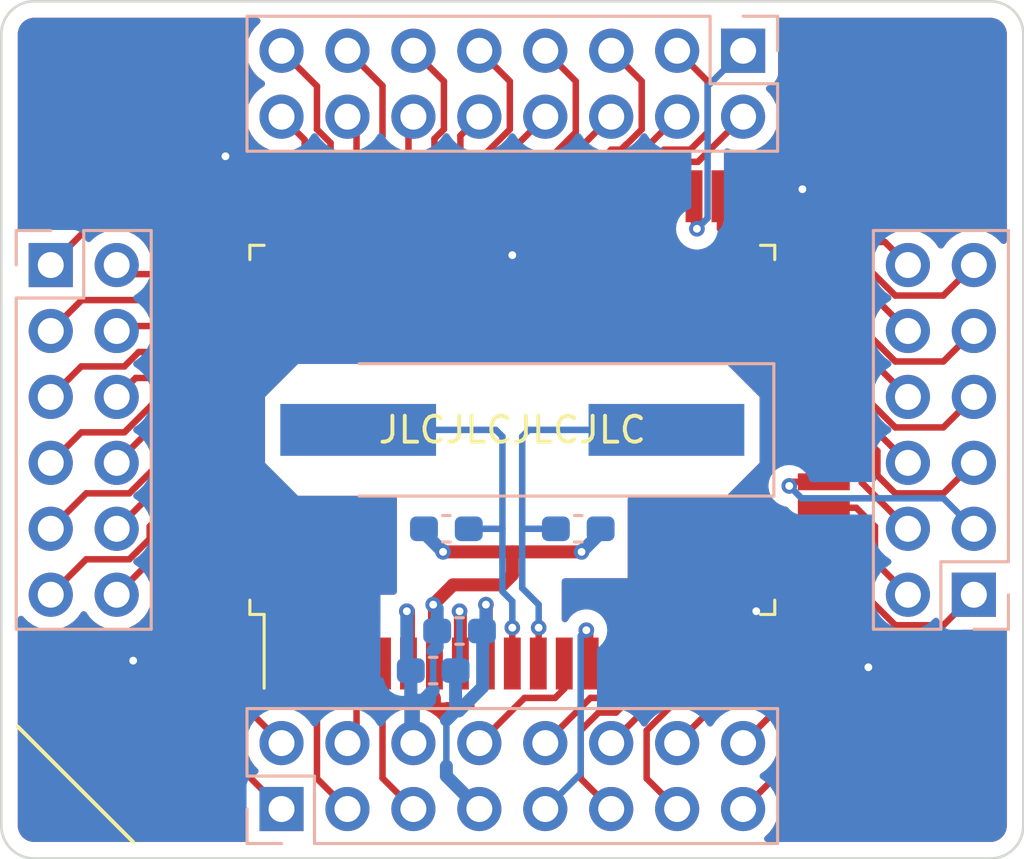
<source format=kicad_pcb>
(kicad_pcb (version 20221018) (generator pcbnew)
  (layers (0 "F.Cu" signal) (31 "B.Cu" signal) (34 "B.Paste" user) (35 "F.Paste" user) (36 "B.SilkS" user "B.Silkscreen") (37 "F.SilkS" user "F.Silkscreen") (38 "B.Mask" user) (39 "F.Mask" user) (44 "Edge.Cuts" user))
  (net 0 "")
  (net 1 "/VDD")
  (net 2 "/GND")
  (net 3 "/XO")
  (net 4 "/XI")
  (net 5 "/SERIAL_TEST2")
  (net 6 "/CPU")
  (net 7 "/TEST1_XTCR")
  (net 8 "/ST_RND")
  (net 9 "/CMD_TEST1")
  (net 10 "/TEST2_STBY")
  (net 11 "/RCS")
  (net 12 "/CH_TEST3")
  (net 13 "/I6")
  (net 14 "/I5")
  (net 15 "/RA22")
  (net 16 "/I3")
  (net 17 "/BUSY")
  (net 18 "/NAR")
  (net 19 "/AOUT")
  (net 20 "/MCK")
  (net 21 "/I2")
  (net 25 "/IBUSY")
  (net 26 "/STANDBY")
  (net 27 "/I0")
  (net 28 "/I1")
  (net 29 "/I4")
  (net 31 "/RESET")
  (net 32 "/CE")
  (net 33 "/D0")
  (net 34 "/D1")
  (net 35 "/D2")
  (net 36 "/D3")
  (net 37 "/D4")
  (net 38 "/D5")
  (net 39 "/D6")
  (net 40 "/D7")
  (net 41 "/RA0")
  (net 42 "/RA1")
  (net 43 "/RA2")
  (net 44 "/RA3")
  (net 45 "/RA4")
  (net 46 "/RA5")
  (net 47 "/RA6")
  (net 48 "/RA7")
  (net 49 "/RA8")
  (net 50 "/RA9")
  (net 51 "/RA10")
  (net 52 "/RA11")
  (net 53 "/RA12")
  (net 54 "/RA13")
  (net 55 "/RA14")
  (net 56 "/RA15")
  (net 57 "/RA16")
  (net 58 "/RA17")
  (net 59 "/RA18")
  (net 60 "/RA19")
  (net 61 "/RA20")
  (net 62 "/RA21")
  (footprint "M6650_parts:QFP64-P-1420-1.00-BK" (layer "F.Cu") (at 33.02 29.845 90)
    (fp_text reference "U1" hide)
    (fp_text value "MSM6650GS-BK")
    (fp_line (start -7.11 -10.11) (end -7.11 -9.56) (stroke (width 0.12)) (layer "F.SilkS"))
    (fp_line (start -7.11 -9.56) (end -9.95 -9.56) (stroke (width 0.12)) (layer "F.SilkS"))
    (fp_line (start -7.11 10.11) (end -7.11 9.56) (stroke (width 0.12)) (layer "F.SilkS"))
    (fp_line (start -6.56 -10.11) (end -7.11 -10.11) (stroke (width 0.12)) (layer "F.SilkS"))
    (fp_line (start -6.56 10.11) (end -7.11 10.11) (stroke (width 0.12)) (layer "F.SilkS"))
    (fp_line (start 6.56 -10.11) (end 7.11 -10.11) (stroke (width 0.12)) (layer "F.SilkS"))
    (fp_line (start 6.56 10.11) (end 7.11 10.11) (stroke (width 0.12)) (layer "F.SilkS"))
    (fp_line (start 7.11 -10.11) (end 7.11 -9.56) (stroke (width 0.12)) (layer "F.SilkS"))
    (fp_line (start 7.11 10.11) (end 7.11 9.56) (stroke (width 0.12)) (layer "F.SilkS"))
    (pad "1" smd rect (at -9 -9 90) (size 2 0.65) (layers "F.Cu" "F.Paste" "F.Mask"))
    (pad "2" smd rect (at -9 -8 90) (size 2 0.65) (layers "F.Cu" "F.Paste" "F.Mask"))
    (pad "3" smd rect (at -9 -7 90) (size 2 0.65) (layers "F.Cu" "F.Paste" "F.Mask") (net 17 "/BUSY"))
    (pad "4" smd rect (at -9 -6 90) (size 2 0.65) (layers "F.Cu" "F.Paste" "F.Mask") (net 18 "/NAR"))
    (pad "5" smd rect (at -9 -5 90) (size 2 0.65) (layers "F.Cu" "F.Paste" "F.Mask") (net 19 "/AOUT"))
    (pad "6" smd rect (at -9 -4 90) (size 2 0.65) (layers "F.Cu" "F.Paste" "F.Mask") (net 2 "/GND"))
    (pad "7" smd rect (at -9 -3 90) (size 2 0.65) (layers "F.Cu" "F.Paste" "F.Mask") (net 2 "/GND"))
    (pad "8" smd rect (at -9 -2 90) (size 2 0.65) (layers "F.Cu" "F.Paste" "F.Mask") (net 1 "/VDD"))
    (pad "9" smd rect (at -9 -1 90) (size 2 0.65) (layers "F.Cu" "F.Paste" "F.Mask") (net 1 "/VDD"))
    (pad "10" smd rect (at -9 0 90) (size 2 0.65) (layers "F.Cu" "F.Paste" "F.Mask") (net 4 "/XI"))
    (pad "11" smd rect (at -9 1 90) (size 2 0.65) (layers "F.Cu" "F.Paste" "F.Mask") (net 3 "/XO"))
    (pad "12" smd rect (at -9 2 90) (size 2 0.65) (layers "F.Cu" "F.Paste" "F.Mask") (net 20 "/MCK"))
    (pad "13" smd rect (at -9 3 90) (size 2 0.65) (layers "F.Cu" "F.Paste" "F.Mask") (net 9 "/CMD_TEST1"))
    (pad "14" smd rect (at -9 4 90) (size 2 0.65) (layers "F.Cu" "F.Paste" "F.Mask") (net 8 "/ST_RND"))
    (pad "15" smd rect (at -9 5 90) (size 2 0.65) (layers "F.Cu" "F.Paste" "F.Mask") (net 7 "/TEST1_XTCR"))
    (pad "16" smd rect (at -9 6 90) (size 2 0.65) (layers "F.Cu" "F.Paste" "F.Mask") (net 6 "/CPU"))
    (pad "17" smd rect (at -9 7 90) (size 2 0.65) (layers "F.Cu" "F.Paste" "F.Mask") (net 5 "/SERIAL_TEST2"))
    (pad "18" smd rect (at -9 8 90) (size 2 0.65) (layers "F.Cu" "F.Paste" "F.Mask") (net 25 "/IBUSY"))
    (pad "19" smd rect (at -9 9 90) (size 2 0.65) (layers "F.Cu" "F.Paste" "F.Mask"))
    (pad "20" smd rect (at -6 12 180) (size 2 0.65) (layers "F.Cu" "F.Paste" "F.Mask") (net 26 "/STANDBY"))
    (pad "21" smd rect (at -5 12 180) (size 2 0.65) (layers "F.Cu" "F.Paste" "F.Mask") (net 27 "/I0"))
    (pad "22" smd rect (at -4 12 180) (size 2 0.65) (layers "F.Cu" "F.Paste" "F.Mask") (net 28 "/I1"))
    (pad "23" smd rect (at -3 12 180) (size 2 0.65) (layers "F.Cu" "F.Paste" "F.Mask") (net 21 "/I2"))
    (pad "24" smd rect (at -2 12 180) (size 2 0.65) (layers "F.Cu" "F.Paste" "F.Mask") (net 16 "/I3"))
    (pad "25" smd rect (at -1 12 180) (size 2 0.65) (layers "F.Cu" "F.Paste" "F.Mask") (net 29 "/I4"))
    (pad "26" smd rect (at 0 12 180) (size 2 0.65) (layers "F.Cu" "F.Paste" "F.Mask") (net 14 "/I5"))
    (pad "27" smd rect (at 1 12 180) (size 2 0.65) (layers "F.Cu" "F.Paste" "F.Mask") (net 13 "/I6"))
    (pad "28" smd rect (at 2 12 180) (size 2 0.65) (layers "F.Cu" "F.Paste" "F.Mask") (net 12 "/CH_TEST3"))
    (pad "29" smd rect (at 3 12 180) (size 2 0.65) (layers "F.Cu" "F.Paste" "F.Mask") (net 31 "/RESET"))
    (pad "30" smd rect (at 4 12 180) (size 2 0.65) (layers "F.Cu" "F.Paste" "F.Mask") (net 32 "/CE"))
    (pad "31" smd rect (at 5 12 180) (size 2 0.65) (layers "F.Cu" "F.Paste" "F.Mask") (net 11 "/RCS"))
    (pad "32" smd rect (at 6 12 180) (size 2 0.65) (layers "F.Cu" "F.Paste" "F.Mask") (net 33 "/D0"))
    (pad "33" smd rect (at 9 9 90) (size 2 0.65) (layers "F.Cu" "F.Paste" "F.Mask"))
    (pad "34" smd rect (at 9 8 90) (size 2 0.65) (layers "F.Cu" "F.Paste" "F.Mask") (net 34 "/D1"))
    (pad "35" smd rect (at 9 7 90) (size 2 0.65) (layers "F.Cu" "F.Paste" "F.Mask") (net 35 "/D2"))
    (pad "36" smd rect (at 9 6 90) (size 2 0.65) (layers "F.Cu" "F.Paste" "F.Mask") (net 36 "/D3"))
    (pad "37" smd rect (at 9 5 90) (size 2 0.65) (layers "F.Cu" "F.Paste" "F.Mask") (net 37 "/D4"))
    (pad "38" smd rect (at 9 4 90) (size 2 0.65) (layers "F.Cu" "F.Paste" "F.Mask") (net 38 "/D5"))
    (pad "39" smd rect (at 9 3 90) (size 2 0.65) (layers "F.Cu" "F.Paste" "F.Mask") (net 39 "/D6"))
    (pad "40" smd rect (at 9 2 90) (size 2 0.65) (layers "F.Cu" "F.Paste" "F.Mask") (net 40 "/D7"))
    (pad "41" smd rect (at 9 1 90) (size 2 0.65) (layers "F.Cu" "F.Paste" "F.Mask") (net 41 "/RA0"))
    (pad "42" smd rect (at 9 0 90) (size 2 0.65) (layers "F.Cu" "F.Paste" "F.Mask") (net 42 "/RA1"))
    (pad "43" smd rect (at 9 -1 90) (size 2 0.65) (layers "F.Cu" "F.Paste" "F.Mask") (net 43 "/RA2"))
    (pad "44" smd rect (at 9 -2 90) (size 2 0.65) (layers "F.Cu" "F.Paste" "F.Mask") (net 44 "/RA3"))
    (pad "45" smd rect (at 9 -3 90) (size 2 0.65) (layers "F.Cu" "F.Paste" "F.Mask") (net 45 "/RA4"))
    (pad "46" smd rect (at 9 -4 90) (size 2 0.65) (layers "F.Cu" "F.Paste" "F.Mask") (net 46 "/RA5"))
    (pad "47" smd rect (at 9 -5 90) (size 2 0.65) (layers "F.Cu" "F.Paste" "F.Mask") (net 47 "/RA6"))
    (pad "48" smd rect (at 9 -6 90) (size 2 0.65) (layers "F.Cu" "F.Paste" "F.Mask") (net 48 "/RA7"))
    (pad "49" smd rect (at 9 -7 90) (size 2 0.65) (layers "F.Cu" "F.Paste" "F.Mask") (net 49 "/RA8"))
    (pad "50" smd rect (at 9 -8 90) (size 2 0.65) (layers "F.Cu" "F.Paste" "F.Mask") (net 50 "/RA9"))
    (pad "51" smd rect (at 9 -9 90) (size 2 0.65) (layers "F.Cu" "F.Paste" "F.Mask") (net 51 "/RA10"))
    (pad "52" smd rect (at 6 -12 180) (size 2 0.65) (layers "F.Cu" "F.Paste" "F.Mask") (net 52 "/RA11"))
    (pad "53" smd rect (at 5 -12 180) (size 2 0.65) (layers "F.Cu" "F.Paste" "F.Mask") (net 53 "/RA12"))
    (pad "54" smd rect (at 4 -12 180) (size 2 0.65) (layers "F.Cu" "F.Paste" "F.Mask") (net 54 "/RA13"))
    (pad "55" smd rect (at 3 -12 180) (size 2 0.65) (layers "F.Cu" "F.Paste" "F.Mask") (net 55 "/RA14"))
    (pad "56" smd rect (at 2 -12 180) (size 2 0.65) (layers "F.Cu" "F.Paste" "F.Mask") (net 56 "/RA15"))
    (pad "57" smd rect (at 1 -12 180) (size 2 0.65) (layers "F.Cu" "F.Paste" "F.Mask") (net 57 "/RA16"))
    (pad "58" smd rect (at 0 -12 180) (size 2 0.65) (layers "F.Cu" "F.Paste" "F.Mask") (net 58 "/RA17"))
    (pad "59" smd rect (at -1 -12 180) (size 2 0.65) (layers "F.Cu" "F.Paste" "F.Mask") (net 59 "/RA18"))
    (pad "60" smd rect (at -2 -12 180) (size 2 0.65) (layers "F.Cu" "F.Paste" "F.Mask") (net 60 "/RA19"))
    (pad "61" smd rect (at -3 -12 180) (size 2 0.65) (layers "F.Cu" "F.Paste" "F.Mask") (net 61 "/RA20"))
    (pad "62" smd rect (at -4 -12 180) (size 2 0.65) (layers "F.Cu" "F.Paste" "F.Mask") (net 62 "/RA21"))
    (pad "63" smd rect (at -5 -12 180) (size 2 0.65) (layers "F.Cu" "F.Paste" "F.Mask") (net 15 "/RA22"))
    (pad "64" smd rect (at -6 -12 180) (size 2 0.65) (layers "F.Cu" "F.Paste" "F.Mask") (net 10 "/TEST2_STBY"))
  )
  (footprint "Connector_PinSocket_2.54mm:PinSocket_2x08_P2.54mm_Vertical" (layer "B.Cu") (at 24.13 44.45 -90)
    (fp_text reference "J1" hide)
    (fp_text value "BB")
    (fp_line (start -3.87 -19.11) (end 1.33 -19.11) (stroke (width 0.12)) (layer "B.SilkS"))
    (fp_line (start -3.87 1.33) (end -3.87 -19.11) (stroke (width 0.12)) (layer "B.SilkS"))
    (fp_line (start -3.87 1.33) (end -1.27 1.33) (stroke (width 0.12)) (layer "B.SilkS"))
    (fp_line (start -1.27 -1.27) (end 1.33 -1.27) (stroke (width 0.12)) (layer "B.SilkS"))
    (fp_line (start -1.27 1.33) (end -1.27 -1.27) (stroke (width 0.12)) (layer "B.SilkS"))
    (fp_line (start 0 1.33) (end 1.33 1.33) (stroke (width 0.12)) (layer "B.SilkS"))
    (fp_line (start 1.33 -1.27) (end 1.33 -19.11) (stroke (width 0.12)) (layer "B.SilkS"))
    (fp_line (start 1.33 1.33) (end 1.33 0) (stroke (width 0.12)) (layer "B.SilkS"))
    (pad "1" thru_hole rect (at 0 0 270) (size 1.7 1.7) (drill 1) (layers "*.Cu" "*.Mask") (net 15 "/RA22"))
    (pad "2" thru_hole oval (at -2.54 0 270) (size 1.7 1.7) (drill 1) (layers "*.Cu" "*.Mask") (net 10 "/TEST2_STBY"))
    (pad "3" thru_hole oval (at 0 -2.54 270) (size 1.7 1.7) (drill 1) (layers "*.Cu" "*.Mask") (net 17 "/BUSY"))
    (pad "4" thru_hole oval (at -2.54 -2.54 270) (size 1.7 1.7) (drill 1) (layers "*.Cu" "*.Mask") (net 18 "/NAR"))
    (pad "5" thru_hole oval (at 0 -5.08 270) (size 1.7 1.7) (drill 1) (layers "*.Cu" "*.Mask") (net 19 "/AOUT"))
    (pad "6" thru_hole oval (at -2.54 -5.08 270) (size 1.7 1.7) (drill 1) (layers "*.Cu" "*.Mask") (net 2 "/GND"))
    (pad "7" thru_hole oval (at 0 -7.62 270) (size 1.7 1.7) (drill 1) (layers "*.Cu" "*.Mask") (net 1 "/VDD"))
    (pad "8" thru_hole oval (at -2.54 -7.62 270) (size 1.7 1.7) (drill 1) (layers "*.Cu" "*.Mask") (net 20 "/MCK"))
    (pad "9" thru_hole oval (at 0 -10.16 270) (size 1.7 1.7) (drill 1) (layers "*.Cu" "*.Mask") (net 9 "/CMD_TEST1"))
    (pad "10" thru_hole oval (at -2.54 -10.16 270) (size 1.7 1.7) (drill 1) (layers "*.Cu" "*.Mask") (net 8 "/ST_RND"))
    (pad "11" thru_hole oval (at 0 -12.7 270) (size 1.7 1.7) (drill 1) (layers "*.Cu" "*.Mask") (net 7 "/TEST1_XTCR"))
    (pad "12" thru_hole oval (at -2.54 -12.7 270) (size 1.7 1.7) (drill 1) (layers "*.Cu" "*.Mask") (net 6 "/CPU"))
    (pad "13" thru_hole oval (at 0 -15.24 270) (size 1.7 1.7) (drill 1) (layers "*.Cu" "*.Mask") (net 5 "/SERIAL_TEST2"))
    (pad "14" thru_hole oval (at -2.54 -15.24 270) (size 1.7 1.7) (drill 1) (layers "*.Cu" "*.Mask") (net 25 "/IBUSY"))
    (pad "15" thru_hole oval (at 0 -17.78 270) (size 1.7 1.7) (drill 1) (layers "*.Cu" "*.Mask") (net 26 "/STANDBY"))
    (pad "16" thru_hole oval (at -2.54 -17.78 270) (size 1.7 1.7) (drill 1) (layers "*.Cu" "*.Mask") (net 27 "/I0"))
  )
  (footprint "Capacitor_SMD:C_0603_1608Metric_Pad1.08x0.95mm_HandSolder" (layer "B.Cu") (at 35.56 33.655)
    (fp_text reference "C3" hide)
    (fp_text value "22p")
    (fp_line (start -0.146267 -0.51) (end 0.146267 -0.51) (stroke (width 0.12)) (layer "B.SilkS"))
    (fp_line (start -0.146267 0.51) (end 0.146267 0.51) (stroke (width 0.12)) (layer "B.SilkS"))
    (pad "1" smd roundrect (at -0.8625 0) (size 1.075 0.95) (layers "B.Cu" "B.Paste" "B.Mask") (net 3 "/XO"))
    (pad "2" smd roundrect (at 0.8625 0) (size 1.075 0.95) (layers "B.Cu" "B.Paste" "B.Mask") (net 2 "/GND"))
  )
  (footprint "Connector_PinSocket_2.54mm:PinSocket_2x06_P2.54mm_Vertical" (layer "B.Cu") (at 50.8 36.195)
    (fp_text reference "J2" hide)
    (fp_text value "BR")
    (fp_line (start -3.87 -14.03) (end 1.33 -14.03) (stroke (width 0.12)) (layer "B.SilkS"))
    (fp_line (start -3.87 1.33) (end -3.87 -14.03) (stroke (width 0.12)) (layer "B.SilkS"))
    (fp_line (start -3.87 1.33) (end -1.27 1.33) (stroke (width 0.12)) (layer "B.SilkS"))
    (fp_line (start -1.27 -1.27) (end 1.33 -1.27) (stroke (width 0.12)) (layer "B.SilkS"))
    (fp_line (start -1.27 1.33) (end -1.27 -1.27) (stroke (width 0.12)) (layer "B.SilkS"))
    (fp_line (start 0 1.33) (end 1.33 1.33) (stroke (width 0.12)) (layer "B.SilkS"))
    (fp_line (start 1.33 -1.27) (end 1.33 -14.03) (stroke (width 0.12)) (layer "B.SilkS"))
    (fp_line (start 1.33 1.33) (end 1.33 0) (stroke (width 0.12)) (layer "B.SilkS"))
    (pad "1" thru_hole rect (at 0 0) (size 1.7 1.7) (drill 1) (layers "*.Cu" "*.Mask") (net 28 "/I1"))
    (pad "2" thru_hole oval (at -2.54 0) (size 1.7 1.7) (drill 1) (layers "*.Cu" "*.Mask") (net 21 "/I2"))
    (pad "3" thru_hole oval (at 0 -2.54) (size 1.7 1.7) (drill 1) (layers "*.Cu" "*.Mask") (net 16 "/I3"))
    (pad "4" thru_hole oval (at -2.54 -2.54) (size 1.7 1.7) (drill 1) (layers "*.Cu" "*.Mask") (net 29 "/I4"))
    (pad "5" thru_hole oval (at 0 -5.08) (size 1.7 1.7) (drill 1) (layers "*.Cu" "*.Mask") (net 14 "/I5"))
    (pad "6" thru_hole oval (at -2.54 -5.08) (size 1.7 1.7) (drill 1) (layers "*.Cu" "*.Mask") (net 13 "/I6"))
    (pad "7" thru_hole oval (at 0 -7.62) (size 1.7 1.7) (drill 1) (layers "*.Cu" "*.Mask") (net 12 "/CH_TEST3"))
    (pad "8" thru_hole oval (at -2.54 -7.62) (size 1.7 1.7) (drill 1) (layers "*.Cu" "*.Mask") (net 31 "/RESET"))
    (pad "9" thru_hole oval (at 0 -10.16) (size 1.7 1.7) (drill 1) (layers "*.Cu" "*.Mask") (net 32 "/CE"))
    (pad "10" thru_hole oval (at -2.54 -10.16) (size 1.7 1.7) (drill 1) (layers "*.Cu" "*.Mask") (net 11 "/RCS"))
    (pad "11" thru_hole oval (at 0 -12.7) (size 1.7 1.7) (drill 1) (layers "*.Cu" "*.Mask") (net 33 "/D0"))
    (pad "12" thru_hole oval (at -2.54 -12.7) (size 1.7 1.7) (drill 1) (layers "*.Cu" "*.Mask") (net 34 "/D1"))
  )
  (footprint "Capacitor_SMD:C_0603_1608Metric_Pad1.08x0.95mm_HandSolder" (layer "B.Cu") (at 29.972 39.116 180)
    (fp_text reference "C1" hide)
    (fp_text value "100n")
    (fp_line (start -0.146267 -0.51) (end 0.146267 -0.51) (stroke (width 0.12)) (layer "B.SilkS"))
    (fp_line (start -0.146267 0.51) (end 0.146267 0.51) (stroke (width 0.12)) (layer "B.SilkS"))
    (pad "1" smd roundrect (at -0.8625 0 180) (size 1.075 0.95) (layers "B.Cu" "B.Paste" "B.Mask") (net 1 "/VDD"))
    (pad "2" smd roundrect (at 0.8625 0 180) (size 1.075 0.95) (layers "B.Cu" "B.Paste" "B.Mask") (net 2 "/GND"))
  )
  (footprint "Crystal:Crystal_SMD_HC49-SD_HandSoldering" (layer "B.Cu") (at 33.02 29.845 180)
    (fp_text reference "Y1" hide)
    (fp_text value "4.096M")
    (fp_line (start -10.075 -2.55) (end 5.9 -2.55) (stroke (width 0.12)) (layer "B.SilkS"))
    (fp_line (start -10.075 2.55) (end -10.075 -2.55) (stroke (width 0.12)) (layer "B.SilkS"))
    (fp_line (start 5.9 2.55) (end -10.075 2.55) (stroke (width 0.12)) (layer "B.SilkS"))
    (pad "1" smd rect (at -5.9375 0 180) (size 6 2) (layers "B.Cu" "B.Paste" "B.Mask") (net 3 "/XO"))
    (pad "2" smd rect (at 5.9375 0 180) (size 6 2) (layers "B.Cu" "B.Paste" "B.Mask") (net 4 "/XI"))
  )
  (footprint "Capacitor_SMD:C_0603_1608Metric_Pad1.08x0.95mm_HandSolder" (layer "B.Cu") (at 30.48 33.655 180)
    (fp_text reference "C4" hide)
    (fp_text value "22p")
    (fp_line (start -0.146267 -0.51) (end 0.146267 -0.51) (stroke (width 0.12)) (layer "B.SilkS"))
    (fp_line (start -0.146267 0.51) (end 0.146267 0.51) (stroke (width 0.12)) (layer "B.SilkS"))
    (pad "1" smd roundrect (at -0.8625 0 180) (size 1.075 0.95) (layers "B.Cu" "B.Paste" "B.Mask") (net 4 "/XI"))
    (pad "2" smd roundrect (at 0.8625 0 180) (size 1.075 0.95) (layers "B.Cu" "B.Paste" "B.Mask") (net 2 "/GND"))
  )
  (footprint "Capacitor_SMD:C_0603_1608Metric_Pad1.08x0.95mm_HandSolder" (layer "B.Cu") (at 30.988 37.592 180)
    (fp_text reference "C2" hide)
    (fp_text value "100n")
    (fp_line (start -0.146267 -0.51) (end 0.146267 -0.51) (stroke (width 0.12)) (layer "B.SilkS"))
    (fp_line (start -0.146267 0.51) (end 0.146267 0.51) (stroke (width 0.12)) (layer "B.SilkS"))
    (pad "1" smd roundrect (at -0.8625 0 180) (size 1.075 0.95) (layers "B.Cu" "B.Paste" "B.Mask") (net 1 "/VDD"))
    (pad "2" smd roundrect (at 0.8625 0 180) (size 1.075 0.95) (layers "B.Cu" "B.Paste" "B.Mask") (net 2 "/GND"))
  )
  (footprint "Connector_PinSocket_2.54mm:PinSocket_2x06_P2.54mm_Vertical" (layer "B.Cu") (at 15.24 23.495 180)
    (fp_text reference "J4" hide)
    (fp_text value "BL")
    (fp_line (start -3.87 -14.03) (end 1.33 -14.03) (stroke (width 0.12)) (layer "B.SilkS"))
    (fp_line (start -3.87 1.33) (end -3.87 -14.03) (stroke (width 0.12)) (layer "B.SilkS"))
    (fp_line (start -3.87 1.33) (end -1.27 1.33) (stroke (width 0.12)) (layer "B.SilkS"))
    (fp_line (start -1.27 -1.27) (end 1.33 -1.27) (stroke (width 0.12)) (layer "B.SilkS"))
    (fp_line (start -1.27 1.33) (end -1.27 -1.27) (stroke (width 0.12)) (layer "B.SilkS"))
    (fp_line (start 0 1.33) (end 1.33 1.33) (stroke (width 0.12)) (layer "B.SilkS"))
    (fp_line (start 1.33 -1.27) (end 1.33 -14.03) (stroke (width 0.12)) (layer "B.SilkS"))
    (fp_line (start 1.33 1.33) (end 1.33 0) (stroke (width 0.12)) (layer "B.SilkS"))
    (pad "1" thru_hole rect (at 0 0 180) (size 1.7 1.7) (drill 1) (layers "*.Cu" "*.Mask") (net 51 "/RA10"))
    (pad "2" thru_hole oval (at -2.54 0 180) (size 1.7 1.7) (drill 1) (layers "*.Cu" "*.Mask") (net 52 "/RA11"))
    (pad "3" thru_hole oval (at 0 -2.54 180) (size 1.7 1.7) (drill 1) (layers "*.Cu" "*.Mask") (net 53 "/RA12"))
    (pad "4" thru_hole oval (at -2.54 -2.54 180) (size 1.7 1.7) (drill 1) (layers "*.Cu" "*.Mask") (net 54 "/RA13"))
    (pad "5" thru_hole oval (at 0 -5.08 180) (size 1.7 1.7) (drill 1) (layers "*.Cu" "*.Mask") (net 55 "/RA14"))
    (pad "6" thru_hole oval (at -2.54 -5.08 180) (size 1.7 1.7) (drill 1) (layers "*.Cu" "*.Mask") (net 56 "/RA15"))
    (pad "7" thru_hole oval (at 0 -7.62 180) (size 1.7 1.7) (drill 1) (layers "*.Cu" "*.Mask") (net 57 "/RA16"))
    (pad "8" thru_hole oval (at -2.54 -7.62 180) (size 1.7 1.7) (drill 1) (layers "*.Cu" "*.Mask") (net 58 "/RA17"))
    (pad "9" thru_hole oval (at 0 -10.16 180) (size 1.7 1.7) (drill 1) (layers "*.Cu" "*.Mask") (net 59 "/RA18"))
    (pad "10" thru_hole oval (at -2.54 -10.16 180) (size 1.7 1.7) (drill 1) (layers "*.Cu" "*.Mask") (net 60 "/RA19"))
    (pad "11" thru_hole oval (at 0 -12.7 180) (size 1.7 1.7) (drill 1) (layers "*.Cu" "*.Mask") (net 61 "/RA20"))
    (pad "12" thru_hole oval (at -2.54 -12.7 180) (size 1.7 1.7) (drill 1) (layers "*.Cu" "*.Mask") (net 62 "/RA21"))
  )
  (footprint "Connector_PinSocket_2.54mm:PinSocket_2x08_P2.54mm_Vertical" (layer "B.Cu") (at 41.91 15.24 90)
    (fp_text reference "J3" hide)
    (fp_text value "BT")
    (fp_line (start -3.87 -19.11) (end 1.33 -19.11) (stroke (width 0.12)) (layer "B.SilkS"))
    (fp_line (start -3.87 1.33) (end -3.87 -19.11) (stroke (width 0.12)) (layer "B.SilkS"))
    (fp_line (start -3.87 1.33) (end -1.27 1.33) (stroke (width 0.12)) (layer "B.SilkS"))
    (fp_line (start -1.27 -1.27) (end 1.33 -1.27) (stroke (width 0.12)) (layer "B.SilkS"))
    (fp_line (start -1.27 1.33) (end -1.27 -1.27) (stroke (width 0.12)) (layer "B.SilkS"))
    (fp_line (start 0 1.33) (end 1.33 1.33) (stroke (width 0.12)) (layer "B.SilkS"))
    (fp_line (start 1.33 -1.27) (end 1.33 -19.11) (stroke (width 0.12)) (layer "B.SilkS"))
    (fp_line (start 1.33 1.33) (end 1.33 0) (stroke (width 0.12)) (layer "B.SilkS"))
    (pad "1" thru_hole rect (at 0 0 90) (size 1.7 1.7) (drill 1) (layers "*.Cu" "*.Mask") (net 35 "/D2"))
    (pad "2" thru_hole oval (at -2.54 0 90) (size 1.7 1.7) (drill 1) (layers "*.Cu" "*.Mask") (net 36 "/D3"))
    (pad "3" thru_hole oval (at 0 -2.54 90) (size 1.7 1.7) (drill 1) (layers "*.Cu" "*.Mask") (net 37 "/D4"))
    (pad "4" thru_hole oval (at -2.54 -2.54 90) (size 1.7 1.7) (drill 1) (layers "*.Cu" "*.Mask") (net 38 "/D5"))
    (pad "5" thru_hole oval (at 0 -5.08 90) (size 1.7 1.7) (drill 1) (layers "*.Cu" "*.Mask") (net 39 "/D6"))
    (pad "6" thru_hole oval (at -2.54 -5.08 90) (size 1.7 1.7) (drill 1) (layers "*.Cu" "*.Mask") (net 40 "/D7"))
    (pad "7" thru_hole oval (at 0 -7.62 90) (size 1.7 1.7) (drill 1) (layers "*.Cu" "*.Mask") (net 41 "/RA0"))
    (pad "8" thru_hole oval (at -2.54 -7.62 90) (size 1.7 1.7) (drill 1) (layers "*.Cu" "*.Mask") (net 42 "/RA1"))
    (pad "9" thru_hole oval (at 0 -10.16 90) (size 1.7 1.7) (drill 1) (layers "*.Cu" "*.Mask") (net 43 "/RA2"))
    (pad "10" thru_hole oval (at -2.54 -10.16 90) (size 1.7 1.7) (drill 1) (layers "*.Cu" "*.Mask") (net 44 "/RA3"))
    (pad "11" thru_hole oval (at 0 -12.7 90) (size 1.7 1.7) (drill 1) (layers "*.Cu" "*.Mask") (net 45 "/RA4"))
    (pad "12" thru_hole oval (at -2.54 -12.7 90) (size 1.7 1.7) (drill 1) (layers "*.Cu" "*.Mask") (net 46 "/RA5"))
    (pad "13" thru_hole oval (at 0 -15.24 90) (size 1.7 1.7) (drill 1) (layers "*.Cu" "*.Mask") (net 47 "/RA6"))
    (pad "14" thru_hole oval (at -2.54 -15.24 90) (size 1.7 1.7) (drill 1) (layers "*.Cu" "*.Mask") (net 48 "/RA7"))
    (pad "15" thru_hole oval (at 0 -17.78 90) (size 1.7 1.7) (drill 1) (layers "*.Cu" "*.Mask") (net 49 "/RA8"))
    (pad "16" thru_hole oval (at -2.54 -17.78 90) (size 1.7 1.7) (drill 1) (layers "*.Cu" "*.Mask") (net 50 "/RA9"))
  )
  (gr_line (start 13.97 41.275) (end 18.415 45.72) (stroke (width 0.15)) (layer "F.SilkS"))
  (gr_arc (start 52.705 45.085) (mid 52.333025 45.983026) (end 51.434998 46.355001) (stroke (width 0.1)) (layer "Edge.Cuts"))
  (gr_arc (start 51.434998 13.335) (mid 52.333025 13.706974) (end 52.705 14.605) (stroke (width 0.1)) (layer "Edge.Cuts"))
  (gr_line (start 51.435 46.355) (end 14.605 46.354999) (stroke (width 0.1)) (layer "Edge.Cuts"))
  (gr_arc (start 13.335 14.605) (mid 13.706974 13.706974) (end 14.605 13.335) (stroke (width 0.1)) (layer "Edge.Cuts"))
  (gr_line (start 14.605 13.335) (end 51.434998 13.335) (stroke (width 0.1)) (layer "Edge.Cuts"))
  (gr_line (start 52.705 14.605) (end 52.705 45.085) (stroke (width 0.1)) (layer "Edge.Cuts"))
  (gr_arc (start 14.605 46.354999) (mid 13.706974 45.983024) (end 13.335001 45.084998) (stroke (width 0.1)) (layer "Edge.Cuts"))
  (gr_line (start 13.335001 45.084998) (end 13.335 14.605) (stroke (width 0.1)) (layer "Edge.Cuts"))
  (gr_text "JLCJLCJLCJLC" (at 33.02 29.845) (layer "F.SilkS") (effects (font (size 1 1))))
  (segment (start 30.988 36.83) (end 31.02 36.83) (width 0.5) (layer "F.Cu") (net 1))
  (segment (start 32.02 36.592) (end 32.004 36.576) (width 0.5) (layer "F.Cu") (net 1))
  (segment (start 32.02 38.845) (end 32.02 36.592) (width 0.5) (layer "F.Cu") (net 1))
  (segment (start 31.02 36.83) (end 31.02 38.845) (width 0.5) (layer "F.Cu") (net 1))
  (via (at 32.004 36.576) (size 0.6) (drill 0.3) (layers "F.Cu" "B.Cu") (net 1))
  (via (at 30.988 36.83) (size 0.6) (drill 0.3) (layers "F.Cu" "B.Cu") (net 1))
  (segment (start 30.48 41.021) (end 30.48 42.799) (width 0.25) (layer "B.Cu") (net 1))
  (segment (start 30.9615 40.6665) (end 30.8345 40.6665) (width 0.5) (layer "B.Cu") (net 1))
  (segment (start 32.004 36.576) (end 32.004 37.4385) (width 0.5) (layer "B.Cu") (net 1))
  (segment (start 30.988 38.9625) (end 30.8345 39.116) (width 0.25) (layer "B.Cu") (net 1))
  (segment (start 31.877 37.6185) (end 31.877 39.751) (width 0.5) (layer "B.Cu") (net 1))
  (segment (start 31.75 44.45) (end 30.48 43.18) (width 0.5) (layer "B.Cu") (net 1))
  (segment (start 30.988 36.83) (end 30.988 38.9625) (width 0.25) (layer "B.Cu") (net 1))
  (segment (start 30.48 43.18) (end 30.48 42.799) (width 0.5) (layer "B.Cu") (net 1))
  (segment (start 32.004 37.4385) (end 31.8505 37.592) (width 0.5) (layer "B.Cu") (net 1))
  (segment (start 31.8505 37.592) (end 31.877 37.6185) (width 0.5) (layer "B.Cu") (net 1))
  (segment (start 30.8345 40.6665) (end 30.48 41.021) (width 0.5) (layer "B.Cu") (net 1))
  (segment (start 30.8345 39.116) (end 30.8345 40.6665) (width 0.5) (layer "B.Cu") (net 1))
  (segment (start 31.877 39.751) (end 30.9615 40.6665) (width 0.5) (layer "B.Cu") (net 1))
  (segment (start 30.02 38.845) (end 30.02 36.624) (width 0.5) (layer "F.Cu") (net 2))
  (segment (start 30.353 34.544) (end 33.02 34.544) (width 0.5) (layer "F.Cu") (net 2))
  (segment (start 29.02 36.83) (end 29.02 38.845) (width 0.5) (layer "F.Cu") (net 2))
  (segment (start 28.956 36.83) (end 29.02 36.83) (width 0.5) (layer "F.Cu") (net 2))
  (segment (start 32.639 35.814) (end 33.02 35.433) (width 0.5) (layer "F.Cu") (net 2))
  (segment (start 30.02 36.624) (end 29.972 36.576) (width 0.5) (layer "F.Cu") (net 2))
  (segment (start 32.639 35.814) (end 30.734 35.814) (width 0.5) (layer "F.Cu") (net 2))
  (segment (start 33.02 34.544) (end 35.687 34.544) (width 0.5) (layer "F.Cu") (net 2))
  (segment (start 30.734 35.814) (end 29.972 36.576) (width 0.5) (layer "F.Cu") (net 2))
  (segment (start 33.02 34.544) (end 33.02 35.433) (width 0.5) (layer "F.Cu") (net 2))
  (via (at 29.972 36.576) (size 0.6) (drill 0.3) (layers "F.Cu" "B.Cu") (net 2))
  (via (at 21.971 19.304) (size 0.6) (drill 0.3) (layers "F.Cu" "B.Cu") (net 2))
  (via (at 46.736 38.989) (size 0.6) (drill 0.3) (layers "F.Cu" "B.Cu") (net 2))
  (via (at 30.353 34.544) (size 0.6) (drill 0.3) (layers "F.Cu" "B.Cu") (net 2))
  (via (at 28.956 36.83) (size 0.6) (drill 0.3) (layers "F.Cu" "B.Cu") (net 2))
  (via (at 35.687 34.544) (size 0.6) (drill 0.3) (layers "F.Cu" "B.Cu") (net 2))
  (via (at 18.415 38.735) (size 0.6) (drill 0.3) (layers "F.Cu" "B.Cu") (net 2))
  (via (at 44.196 20.574) (size 0.6) (drill 0.3) (layers "F.Cu" "B.Cu") (net 2))
  (via (at 33.02 23.114) (size 0.6) (drill 0.3) (layers "F.Cu" "B.Cu") (net 2))
  (via (at 42.418 36.83) (size 0.6) (drill 0.3) (layers "F.Cu" "B.Cu") (net 2))
  (segment (start 30.1255 37.592) (end 30.1255 38.2005) (width 0.5) (layer "B.Cu") (net 2))
  (segment (start 30.1255 36.7295) (end 29.972 36.576) (width 0.5) (layer "B.Cu") (net 2))
  (segment (start 30.1255 38.2005) (end 29.972 38.354) (width 0.5) (layer "B.Cu") (net 2))
  (segment (start 36.4225 33.655) (end 36.4225 33.8085) (width 0.5) (layer "B.Cu") (net 2))
  (segment (start 29.1095 40.259) (end 29.591 40.259) (width 0.5) (layer "B.Cu") (net 2))
  (segment (start 29.1095 39.116) (end 29.1095 40.259) (width 0.5) (layer "B.Cu") (net 2))
  (segment (start 30.1255 37.592) (end 30.1255 36.7295) (width 0.5) (layer "B.Cu") (net 2))
  (segment (start 29.6175 33.655) (end 29.6175 33.8085) (width 0.5) (layer "B.Cu") (net 2))
  (segment (start 28.956 36.83) (end 28.956 38.9625) (width 0.5) (layer "B.Cu") (net 2))
  (segment (start 28.956 38.9625) (end 29.1095 39.116) (width 0.5) (layer "B.Cu") (net 2))
  (segment (start 29.972 38.354) (end 29.972 39.878) (width 0.25) (layer "B.Cu") (net 2))
  (segment (start 36.4225 33.8085) (end 35.687 34.544) (width 0.5) (layer "B.Cu") (net 2))
  (segment (start 29.1095 41.8095) (end 29.21 41.91) (width 0.5) (layer "B.Cu") (net 2))
  (segment (start 29.6175 33.8085) (end 30.353 34.544) (width 0.5) (layer "B.Cu") (net 2))
  (segment (start 29.1095 40.259) (end 29.1095 41.8095) (width 0.5) (layer "B.Cu") (net 2))
  (segment (start 29.591 40.259) (end 29.972 39.878) (width 0.5) (layer "B.Cu") (net 2))
  (segment (start 34.036 37.465) (end 34.036 38.829) (width 0.25) (layer "F.Cu") (net 3))
  (segment (start 34.036 38.829) (end 34.02 38.845) (width 0.25) (layer "F.Cu") (net 3))
  (via (at 34.036 37.465) (size 0.6) (drill 0.3) (layers "F.Cu" "B.Cu") (net 3))
  (segment (start 33.401 35.941) (end 34.036 36.576) (width 0.25) (layer "B.Cu") (net 3))
  (segment (start 33.655 29.845) (end 38.9575 29.845) (width 0.25) (layer "B.Cu") (net 3))
  (segment (start 33.401 33.655) (end 33.401 30.099) (width 0.25) (layer "B.Cu") (net 3))
  (segment (start 33.401 30.099) (end 33.655 29.845) (width 0.25) (layer "B.Cu") (net 3))
  (segment (start 34.6975 33.655) (end 33.401 33.655) (width 0.25) (layer "B.Cu") (net 3))
  (segment (start 34.036 36.576) (end 34.036 37.465) (width 0.25) (layer "B.Cu") (net 3))
  (segment (start 33.401 34.925) (end 33.401 35.941) (width 0.25) (layer "B.Cu") (net 3))
  (segment (start 33.401 34.925) (end 33.401 33.655) (width 0.25) (layer "B.Cu") (net 3))
  (segment (start 33.02 37.465) (end 33.02 38.845) (width 0.25) (layer "F.Cu") (net 4))
  (via (at 33.02 37.465) (size 0.6) (drill 0.3) (layers "F.Cu" "B.Cu") (net 4))
  (segment (start 32.639 33.655) (end 32.639 34.925) (width 0.25) (layer "B.Cu") (net 4))
  (segment (start 32.639 34.925) (end 32.639 36.068) (width 0.25) (layer "B.Cu") (net 4))
  (segment (start 32.639 30.099) (end 32.639 33.655) (width 0.25) (layer "B.Cu") (net 4))
  (segment (start 32.385 29.845) (end 32.639 30.099) (width 0.25) (layer "B.Cu") (net 4))
  (segment (start 33.02 36.449) (end 33.02 37.465) (width 0.25) (layer "B.Cu") (net 4))
  (segment (start 31.3425 33.655) (end 32.639 33.655) (width 0.25) (layer "B.Cu") (net 4))
  (segment (start 27.0825 29.845) (end 32.385 29.845) (width 0.25) (layer "B.Cu") (net 4))
  (segment (start 32.639 36.068) (end 33.02 36.449) (width 0.25) (layer "B.Cu") (net 4))
  (segment (start 39.422102 40.196198) (end 39.918802 40.196198) (width 0.25) (layer "F.Cu") (net 5))
  (segment (start 38.195 43.275) (end 38.195 41.423299) (width 0.25) (layer "F.Cu") (net 5))
  (segment (start 38.195 41.423299) (end 39.422102 40.196198) (width 0.25) (layer "F.Cu") (net 5))
  (segment (start 40.02 40.095) (end 40.02 38.845) (width 0.25) (layer "F.Cu") (net 5))
  (segment (start 39.918802 40.196198) (end 40.02 40.095) (width 0.25) (layer "F.Cu") (net 5))
  (segment (start 39.37 44.45) (end 38.195 43.275) (width 0.25) (layer "F.Cu") (net 5))
  (segment (start 36.83 41.91) (end 39.02 39.72) (width 0.25) (layer "F.Cu") (net 6))
  (segment (start 39.02 39.72) (end 39.02 38.845) (width 0.25) (layer "F.Cu") (net 6))
  (segment (start 35.655 43.275) (end 36.83 44.45) (width 0.25) (layer "F.Cu") (net 7))
  (segment (start 37.016396 40.735) (end 36.343299 40.735) (width 0.25) (layer "F.Cu") (net 7))
  (segment (start 35.655 41.423299) (end 35.655 43.275) (width 0.25) (layer "F.Cu") (net 7))
  (segment (start 38.02 38.845) (end 38.02 39.731396) (width 0.25) (layer "F.Cu") (net 7))
  (segment (start 38.02 39.731396) (end 37.016396 40.735) (width 0.25) (layer "F.Cu") (net 7))
  (segment (start 36.343299 40.735) (end 35.655 41.423299) (width 0.25) (layer "F.Cu") (net 7))
  (segment (start 37.02 39.726) (end 36.576 40.17) (width 0.25) (layer "F.Cu") (net 8))
  (segment (start 37.02 38.845) (end 37.02 39.726) (width 0.25) (layer "F.Cu") (net 8))
  (segment (start 36.576 40.17) (end 36.03 40.17) (width 0.25) (layer "F.Cu") (net 8))
  (segment (start 36.03 40.17) (end 34.29 41.91) (width 0.25) (layer "F.Cu") (net 8))
  (segment (start 36.02 38.845) (end 36.02 37.707747) (width 0.25) (layer "F.Cu") (net 9))
  (segment (start 36.02 37.707747) (end 35.872627 37.560374) (width 0.25) (layer "F.Cu") (net 9))
  (via (at 35.872627 37.560374) (size 0.6) (drill 0.3) (layers "F.Cu" "B.Cu") (net 9))
  (segment (start 34.29 44.45) (end 35.655 43.085) (width 0.25) (layer "B.Cu") (net 9))
  (segment (start 35.655 43.085) (end 35.655 37.778001) (width 0.25) (layer "B.Cu") (net 9))
  (segment (start 35.655 37.778001) (end 35.872627 37.560374) (width 0.25) (layer "B.Cu") (net 9))
  (segment (start 21.02 35.845) (end 21.02 38.8) (width 0.25) (layer "F.Cu") (net 10))
  (segment (start 21.02 38.8) (end 24.13 41.91) (width 0.25) (layer "F.Cu") (net 10))
  (segment (start 47.07 24.845) (end 48.26 26.035) (width 0.25) (layer "F.Cu") (net 11))
  (segment (start 45.02 24.845) (end 47.07 24.845) (width 0.25) (layer "F.Cu") (net 11))
  (segment (start 49.625 29.75) (end 47.773299 29.75) (width 0.25) (layer "F.Cu") (net 12))
  (segment (start 50.8 28.575) (end 49.625 29.75) (width 0.25) (layer "F.Cu") (net 12))
  (segment (start 45.868298 27.845) (end 45.02 27.845) (width 0.25) (layer "F.Cu") (net 12))
  (segment (start 47.773299 29.75) (end 45.868298 27.845) (width 0.25) (layer "F.Cu") (net 12))
  (segment (start 45.99 28.845) (end 45.02 28.845) (width 0.25) (layer "F.Cu") (net 13))
  (segment (start 48.26 31.115) (end 45.99 28.845) (width 0.25) (layer "F.Cu") (net 13))
  (segment (start 47.085 30.66) (end 47.085 31.601701) (width 0.25) (layer "F.Cu") (net 14))
  (segment (start 47.773299 32.29) (end 49.625 32.29) (width 0.25) (layer "F.Cu") (net 14))
  (segment (start 46.27 29.845) (end 47.085 30.66) (width 0.25) (layer "F.Cu") (net 14))
  (segment (start 47.085 31.601701) (end 47.773299 32.29) (width 0.25) (layer "F.Cu") (net 14))
  (segment (start 49.625 32.29) (end 50.8 31.115) (width 0.25) (layer "F.Cu") (net 14))
  (segment (start 45.02 29.845) (end 46.27 29.845) (width 0.25) (layer "F.Cu") (net 14))
  (segment (start 21.02 34.845) (end 20.156 34.845) (width 0.25) (layer "F.Cu") (net 15))
  (segment (start 20.156 34.845) (end 19.695 35.306) (width 0.25) (layer "F.Cu") (net 15))
  (segment (start 19.695 40.015) (end 24.13 44.45) (width 0.25) (layer "F.Cu") (net 15))
  (segment (start 19.695 35.306) (end 19.695 40.015) (width 0.25) (layer "F.Cu") (net 15))
  (segment (start 43.847 31.845) (end 43.688 32.004) (width 0.25) (layer "F.Cu") (net 16))
  (segment (start 45.02 31.845) (end 43.847 31.845) (width 0.25) (layer "F.Cu") (net 16))
  (via (at 43.688 32.004) (size 0.6) (drill 0.3) (layers "F.Cu" "B.Cu") (net 16))
  (segment (start 49.625 32.48) (end 44.164 32.48) (width 0.25) (layer "B.Cu") (net 16))
  (segment (start 44.164 32.48) (end 43.688 32.004) (width 0.25) (layer "B.Cu") (net 16))
  (segment (start 50.8 33.655) (end 49.625 32.48) (width 0.25) (layer "B.Cu") (net 16))
  (segment (start 26.02 40.274) (end 26.02 38.845) (width 0.25) (layer "F.Cu") (net 17))
  (segment (start 26.67 44.45) (end 25.495 43.275) (width 0.25) (layer "F.Cu") (net 17))
  (segment (start 25.495 43.275) (end 25.495 40.799) (width 0.25) (layer "F.Cu") (net 17))
  (segment (start 25.495 40.799) (end 26.02 40.274) (width 0.25) (layer "F.Cu") (net 17))
  (segment (start 27.02 41.56) (end 26.67 41.91) (width 0.25) (layer "F.Cu") (net 18))
  (segment (start 27.02 38.845) (end 27.02 41.56) (width 0.25) (layer "F.Cu") (net 18))
  (segment (start 28.02 43.26) (end 28.02 38.845) (width 0.25) (layer "F.Cu") (net 19))
  (segment (start 29.21 44.45) (end 28.02 43.26) (width 0.25) (layer "F.Cu") (net 19))
  (segment (start 34.67 40.17) (end 35.02 39.82) (width 0.25) (layer "F.Cu") (net 20))
  (segment (start 33.49 40.17) (end 34.67 40.17) (width 0.25) (layer "F.Cu") (net 20))
  (segment (start 35.02 39.82) (end 35.02 38.845) (width 0.25) (layer "F.Cu") (net 20))
  (segment (start 31.75 41.91) (end 33.49 40.17) (width 0.25) (layer "F.Cu") (net 20))
  (segment (start 46.27 32.845) (end 46.99 33.565) (width 0.25) (layer "F.Cu") (net 21))
  (segment (start 46.99 34.925) (end 48.26 36.195) (width 0.25) (layer "F.Cu") (net 21))
  (segment (start 45.02 32.845) (end 46.27 32.845) (width 0.25) (layer "F.Cu") (net 21))
  (segment (start 46.99 33.565) (end 46.99 34.925) (width 0.25) (layer "F.Cu") (net 21))
  (segment (start 41.02 38.845) (end 41.02 40.26) (width 0.25) (layer "F.Cu") (net 25))
  (segment (start 41.02 40.26) (end 39.37 41.91) (width 0.25) (layer "F.Cu") (net 25))
  (segment (start 41.91 44.45) (end 45.02 41.34) (width 0.25) (layer "F.Cu") (net 26))
  (segment (start 45.02 41.34) (end 45.02 35.845) (width 0.25) (layer "F.Cu") (net 26))
  (segment (start 43.77 34.845) (end 45.02 34.845) (width 0.25) (layer "F.Cu") (net 27))
  (segment (start 43.434 35.181) (end 43.77 34.845) (width 0.25) (layer "F.Cu") (net 27))
  (segment (start 43.434 40.386) (end 43.434 35.181) (width 0.25) (layer "F.Cu") (net 27))
  (segment (start 41.91 41.91) (end 43.434 40.386) (width 0.25) (layer "F.Cu") (net 27))
  (segment (start 46.27 33.845) (end 46.482 34.057) (width 0.25) (layer "F.Cu") (net 28))
  (segment (start 46.482 34.057) (end 46.482 36.078701) (width 0.25) (layer "F.Cu") (net 28))
  (segment (start 49.625 37.37) (end 50.8 36.195) (width 0.25) (layer "F.Cu") (net 28))
  (segment (start 46.482 36.078701) (end 47.773299 37.37) (width 0.25) (layer "F.Cu") (net 28))
  (segment (start 45.02 33.845) (end 46.27 33.845) (width 0.25) (layer "F.Cu") (net 28))
  (segment (start 47.773299 37.37) (end 49.625 37.37) (width 0.25) (layer "F.Cu") (net 28))
  (segment (start 46.482 31.877) (end 46.482 31.332) (width 0.25) (layer "F.Cu") (net 29))
  (segment (start 48.26 33.655) (end 46.482 31.877) (width 0.25) (layer "F.Cu") (net 29))
  (segment (start 45.995 30.845) (end 45.02 30.845) (width 0.25) (layer "F.Cu") (net 29))
  (segment (start 46.482 31.332) (end 45.995 30.845) (width 0.25) (layer "F.Cu") (net 29))
  (segment (start 45.02 26.845) (end 46.53 26.845) (width 0.25) (layer "F.Cu") (net 31))
  (segment (start 46.53 26.845) (end 48.26 28.575) (width 0.25) (layer "F.Cu") (net 31))
  (segment (start 49.625 27.21) (end 50.8 26.035) (width 0.25) (layer "F.Cu") (net 32))
  (segment (start 45.02 25.845) (end 46.408299 25.845) (width 0.25) (layer "F.Cu") (net 32))
  (segment (start 46.408299 25.845) (end 47.773299 27.21) (width 0.25) (layer "F.Cu") (net 32))
  (segment (start 47.773299 27.21) (end 49.625 27.21) (width 0.25) (layer "F.Cu") (net 32))
  (segment (start 45.02 23.845) (end 46.948299 23.845) (width 0.25) (layer "F.Cu") (net 33))
  (segment (start 49.625 24.67) (end 50.8 23.495) (width 0.25) (layer "F.Cu") (net 33))
  (segment (start 47.773299 24.67) (end 49.625 24.67) (width 0.25) (layer "F.Cu") (net 33))
  (segment (start 46.948299 23.845) (end 47.773299 24.67) (width 0.25) (layer "F.Cu") (net 33))
  (segment (start 41.02 22.095) (end 41.02 20.845) (width 0.25) (layer "F.Cu") (net 34))
  (segment (start 48.26 23.495) (end 47.371 22.606) (width 0.25) (layer "F.Cu") (net 34))
  (segment (start 47.371 22.606) (end 41.531 22.606) (width 0.25) (layer "F.Cu") (net 34))
  (segment (start 41.531 22.606) (end 41.02 22.095) (width 0.25) (layer "F.Cu") (net 34))
  (segment (start 40.02 21.986) (end 40.132 22.098) (width 0.25) (layer "F.Cu") (net 35))
  (segment (start 40.02 20.845) (end 40.02 21.986) (width 0.25) (layer "F.Cu") (net 35))
  (via (at 40.132 22.098) (size 0.6) (drill 0.3) (layers "F.Cu" "B.Cu") (net 35))
  (segment (start 40.545 21.685) (end 40.545 16.605) (width 0.25) (layer "B.Cu") (net 35))
  (segment (start 40.132 22.098) (end 40.545 21.685) (width 0.25) (layer "B.Cu") (net 35))
  (segment (start 40.545 16.605) (end 41.91 15.24) (width 0.25) (layer "B.Cu") (net 35))
  (segment (start 39.02 19.87) (end 39.02 20.845) (width 0.25) (layer "F.Cu") (net 36))
  (segment (start 41.91 17.78) (end 40.17 19.52) (width 0.25) (layer "F.Cu") (net 36))
  (segment (start 39.37 19.52) (end 39.02 19.87) (width 0.25) (layer "F.Cu") (net 36))
  (segment (start 40.17 19.52) (end 39.37 19.52) (width 0.25) (layer "F.Cu") (net 36))
  (segment (start 39.878 19.05) (end 38.862 19.05) (width 0.25) (layer "F.Cu") (net 37))
  (segment (start 40.545 18.383) (end 39.878 19.05) (width 0.25) (layer "F.Cu") (net 37))
  (segment (start 39.37 15.24) (end 40.545 16.415) (width 0.25) (layer "F.Cu") (net 37))
  (segment (start 38.02 19.892) (end 38.02 20.845) (width 0.25) (layer "F.Cu") (net 37))
  (segment (start 40.545 16.415) (end 40.545 18.383) (width 0.25) (layer "F.Cu") (net 37))
  (segment (start 38.862 19.05) (end 38.02 19.892) (width 0.25) (layer "F.Cu") (net 37))
  (segment (start 37.589 19.301) (end 37.849 19.301) (width 0.25) (layer "F.Cu") (net 38))
  (segment (start 37.02 19.87) (end 37.02 20.845) (width 0.25) (layer "F.Cu") (net 38))
  (segment (start 37.849 19.301) (end 39.37 17.78) (width 0.25) (layer "F.Cu") (net 38))
  (segment (start 37.589 19.301) (end 37.02 19.87) (width 0.25) (layer "F.Cu") (net 38))
  (segment (start 38.005 16.415) (end 38.005 18.266701) (width 0.25) (layer "F.Cu") (net 39))
  (segment (start 37.203604 19.05) (end 36.83 19.05) (width 0.25) (layer "F.Cu") (net 39))
  (segment (start 37.420701 18.851) (end 37.402604 18.851) (width 0.25) (layer "F.Cu") (net 39))
  (segment (start 38.005 18.266701) (end 37.420701 18.851) (width 0.25) (layer "F.Cu") (net 39))
  (segment (start 36.83 19.05) (end 36.02 19.86) (width 0.25) (layer "F.Cu") (net 39))
  (segment (start 36.02 19.86) (end 36.02 20.845) (width 0.25) (layer "F.Cu") (net 39))
  (segment (start 37.402604 18.851) (end 37.203604 19.05) (width 0.25) (layer "F.Cu") (net 39))
  (segment (start 36.83 15.24) (end 38.005 16.415) (width 0.25) (layer "F.Cu") (net 39))
  (segment (start 35.02 20.845) (end 35.02 19.59) (width 0.25) (layer "F.Cu") (net 40))
  (segment (start 35.02 19.59) (end 36.83 17.78) (width 0.25) (layer "F.Cu") (net 40))
  (segment (start 35.465 16.415) (end 35.465 18.383) (width 0.25) (layer "F.Cu") (net 41))
  (segment (start 34.29 15.24) (end 35.465 16.415) (width 0.25) (layer "F.Cu") (net 41))
  (segment (start 35.465 18.383) (end 34.02 19.828) (width 0.25) (layer "F.Cu") (net 41))
  (segment (start 34.02 19.828) (end 34.02 20.845) (width 0.25) (layer "F.Cu") (net 41))
  (segment (start 33.02 20.845) (end 33.02 19.05) (width 0.25) (layer "F.Cu") (net 42))
  (segment (start 33.02 19.05) (end 34.29 17.78) (width 0.25) (layer "F.Cu") (net 42))
  (segment (start 32.02 19.171701) (end 32.925 18.266701) (width 0.25) (layer "F.Cu") (net 43))
  (segment (start 32.925 18.266701) (end 32.925 16.415) (width 0.25) (layer "F.Cu") (net 43))
  (segment (start 32.925 16.415) (end 31.75 15.24) (width 0.25) (layer "F.Cu") (net 43))
  (segment (start 32.02 20.845) (end 32.02 19.171701) (width 0.25) (layer "F.Cu") (net 43))
  (segment (start 31.02 20.845) (end 31.02 18.51) (width 0.25) (layer "F.Cu") (net 44))
  (segment (start 31.02 18.51) (end 31.75 17.78) (width 0.25) (layer "F.Cu") (net 44))
  (segment (start 30.385 16.415) (end 29.21 15.24) (width 0.25) (layer "F.Cu") (net 45))
  (segment (start 30.02 20.845) (end 30.02 18.631701) (width 0.25) (layer "F.Cu") (net 45))
  (segment (start 30.02 18.631701) (end 30.385 18.266701) (width 0.25) (layer "F.Cu") (net 45))
  (segment (start 30.385 18.266701) (end 30.385 16.415) (width 0.25) (layer "F.Cu") (net 45))
  (segment (start 29.02 17.97) (end 29.21 17.78) (width 0.25) (layer "F.Cu") (net 46))
  (segment (start 29.02 20.845) (end 29.02 17.97) (width 0.25) (layer "F.Cu") (net 46))
  (segment (start 28.02 16.59) (end 26.67 15.24) (width 0.25) (layer "F.Cu") (net 47))
  (segment (start 28.02 20.845) (end 28.02 16.59) (width 0.25) (layer "F.Cu") (net 47))
  (segment (start 27.02 18.13) (end 26.67 17.78) (width 0.25) (layer "F.Cu") (net 48))
  (segment (start 27.02 20.845) (end 27.02 18.13) (width 0.25) (layer "F.Cu") (net 48))
  (segment (start 25.495 16.605) (end 24.13 15.24) (width 0.25) (layer "F.Cu") (net 49))
  (segment (start 26.02 18.791701) (end 25.495 18.266701) (width 0.25) (layer "F.Cu") (net 49))
  (segment (start 26.02 20.845) (end 26.02 18.791701) (width 0.25) (layer "F.Cu") (net 49))
  (segment (start 25.495 18.266701) (end 25.495 16.605) (width 0.25) (layer "F.Cu") (net 49))
  (segment (start 25.02 20.845) (end 25.02 18.67) (width 0.25) (layer "F.Cu") (net 50))
  (segment (start 25.02 18.67) (end 24.13 17.78) (width 0.25) (layer "F.Cu") (net 50))
  (segment (start 17.89 20.845) (end 15.24 23.495) (width 0.25) (layer "F.Cu") (net 51))
  (segment (start 24.02 20.845) (end 17.89 20.845) (width 0.25) (layer "F.Cu") (net 51))
  (segment (start 18.13 23.845) (end 17.78 23.495) (width 0.25) (layer "F.Cu") (net 52))
  (segment (start 21.02 23.845) (end 18.13 23.845) (width 0.25) (layer "F.Cu") (net 52))
  (segment (start 16.43 24.845) (end 15.24 26.035) (width 0.25) (layer "F.Cu") (net 53))
  (segment (start 21.02 24.845) (end 16.43 24.845) (width 0.25) (layer "F.Cu") (net 53))
  (segment (start 17.97 25.845) (end 17.78 26.035) (width 0.25) (layer "F.Cu") (net 54))
  (segment (start 21.02 25.845) (end 17.97 25.845) (width 0.25) (layer "F.Cu") (net 54))
  (segment (start 18.631701 26.845) (end 18.076701 27.4) (width 0.25) (layer "F.Cu") (net 55))
  (segment (start 16.415 27.4) (end 15.24 28.575) (width 0.25) (layer "F.Cu") (net 55))
  (segment (start 21.02 26.845) (end 18.631701 26.845) (width 0.25) (layer "F.Cu") (net 55))
  (segment (start 18.076701 27.4) (end 16.415 27.4) (width 0.25) (layer "F.Cu") (net 55))
  (segment (start 21.02 27.845) (end 18.51 27.845) (width 0.25) (layer "F.Cu") (net 56))
  (segment (start 18.51 27.845) (end 17.78 28.575) (width 0.25) (layer "F.Cu") (net 56))
  (segment (start 18.076701 29.94) (end 16.415 29.94) (width 0.25) (layer "F.Cu") (net 57))
  (segment (start 19.171701 28.845) (end 18.076701 29.94) (width 0.25) (layer "F.Cu") (net 57))
  (segment (start 21.02 28.845) (end 19.171701 28.845) (width 0.25) (layer "F.Cu") (net 57))
  (segment (start 16.415 29.94) (end 15.24 31.115) (width 0.25) (layer "F.Cu") (net 57))
  (segment (start 19.05 29.845) (end 17.78 31.115) (width 0.25) (layer "F.Cu") (net 58))
  (segment (start 21.02 29.845) (end 19.05 29.845) (width 0.25) (layer "F.Cu") (net 58))
  (segment (start 16.605 32.29) (end 15.24 33.655) (width 0.25) (layer "F.Cu") (net 59))
  (segment (start 19.711701 30.845) (end 18.266701 32.29) (width 0.25) (layer "F.Cu") (net 59))
  (segment (start 18.266701 32.29) (end 16.605 32.29) (width 0.25) (layer "F.Cu") (net 59))
  (segment (start 21.02 30.845) (end 19.711701 30.845) (width 0.25) (layer "F.Cu") (net 59))
  (segment (start 19.59 31.845) (end 17.78 33.655) (width 0.25) (layer "F.Cu") (net 60))
  (segment (start 21.02 31.845) (end 19.59 31.845) (width 0.25) (layer "F.Cu") (net 60))
  (segment (start 16.605 34.83) (end 15.24 36.195) (width 0.25) (layer "F.Cu") (net 61))
  (segment (start 21.02 32.845) (end 19.77 32.845) (width 0.25) (layer "F.Cu") (net 61))
  (segment (start 19.05 34.046701) (end 18.266701 34.83) (width 0.25) (layer "F.Cu") (net 61))
  (segment (start 19.05 33.565) (end 19.05 34.046701) (width 0.25) (layer "F.Cu") (net 61))
  (segment (start 19.77 32.845) (end 19.05 33.565) (width 0.25) (layer "F.Cu") (net 61))
  (segment (start 18.266701 34.83) (end 16.605 34.83) (width 0.25) (layer "F.Cu") (net 61))
  (segment (start 21.02 33.845) (end 20.13 33.845) (width 0.25) (layer "F.Cu") (net 62))
  (segment (start 20.13 33.845) (end 17.78 36.195) (width 0.25) (layer "F.Cu") (net 62))
  (zone (net 2) (net_name "/GND") (layers "F&B.Cu") (connect_pads (clearance 0)) (min_thickness 0.25) (fill yes (thermal_gap 0.5) (thermal_bridge_width 0.5))
    (polygon (pts (xy 52.07 45.085) (xy 51.435 45.72) (xy 51.506358 45.718318) (xy 51.645495 45.686561) (xy 51.774078 45.624639) (xy 51.885657 45.535657) (xy 51.974639 45.424078) (xy 52.036561 45.295495) (xy 52.068318 45.156358)))
  )
  (zone (net 2) (net_name "/GND") (layers "F&B.Cu") (connect_pads (clearance 0)) (min_thickness 0.25) (fill yes (thermal_gap 0.5) (thermal_bridge_width 0.5))
    (polygon (pts (xy 13.97 14.605) (xy 14.605 13.97) (xy 14.533642 13.971682) (xy 14.394505 14.003439) (xy 14.265922 14.065361) (xy 14.154343 14.154343) (xy 14.065361 14.265922) (xy 14.003439 14.394505) (xy 13.971682 14.533642)))
  )
  (zone (net 2) (net_name "/GND") (layers "F&B.Cu") (connect_pads (clearance 0.5)) (min_thickness 0.25) (fill yes (thermal_gap 0.5) (thermal_bridge_width 0.5))
    (polygon (pts (xy 51.435182 13.97) (xy 14.605 13.97) (xy 13.97 14.604746) (xy 13.97 45.085) (xy 14.605 45.72) (xy 51.435 45.72) (xy 52.07 45.085) (xy 52.07 14.605)))
  )
  (zone (net 2) (net_name "/GND") (layers "F&B.Cu") (connect_pads (clearance 0)) (min_thickness 0.25) (fill yes (thermal_gap 0.5) (thermal_bridge_width 0.5))
    (polygon (pts (xy 51.435 13.97) (xy 52.07 14.605) (xy 52.068318 14.533642) (xy 52.036561 14.394505) (xy 51.974639 14.265922) (xy 51.885657 14.154343) (xy 51.774078 14.065361) (xy 51.645495 14.003439) (xy 51.506358 13.971682)))
  )
  (zone (net 2) (net_name "/GND") (layers "F&B.Cu") (connect_pads (clearance 0)) (min_thickness 0.25) (fill yes (thermal_gap 0.5) (thermal_bridge_width 0.5))
    (polygon (pts (xy 14.605 45.72) (xy 13.97 45.085) (xy 13.971682 45.156358) (xy 14.003439 45.295495) (xy 14.065361 45.424078) (xy 14.154343 45.535657) (xy 14.265922 45.624639) (xy 14.394505 45.686561) (xy 14.533642 45.718318)))
  )
  (zone (net 0) (net_name "") (layers "F&B.Cu") (connect_pads (clearance 0)) (min_thickness 0.25)
    (keepout (tracks allowed) (vias allowed) (pads allowed) (copperpour not_allowed) (footprints allowed))
    (fill (thermal_gap 0.5) (thermal_bridge_width 0.5))
    (polygon (pts (xy 34.925 39.37) (xy 27.94 39.37) (xy 27.94 36.195) (xy 28.575 36.195) (xy 28.575 32.385) (xy 24.765 32.385) (xy 23.495 31.115) (xy 23.495 28.575) (xy 24.765 27.305) (xy 41.275 27.305) (xy 42.545 28.575) (xy 42.545 31.115) (xy 41.275 32.385) (xy 37.465 32.385) (xy 37.465 35.56) (xy 34.925 35.56)))
  )
)
</source>
